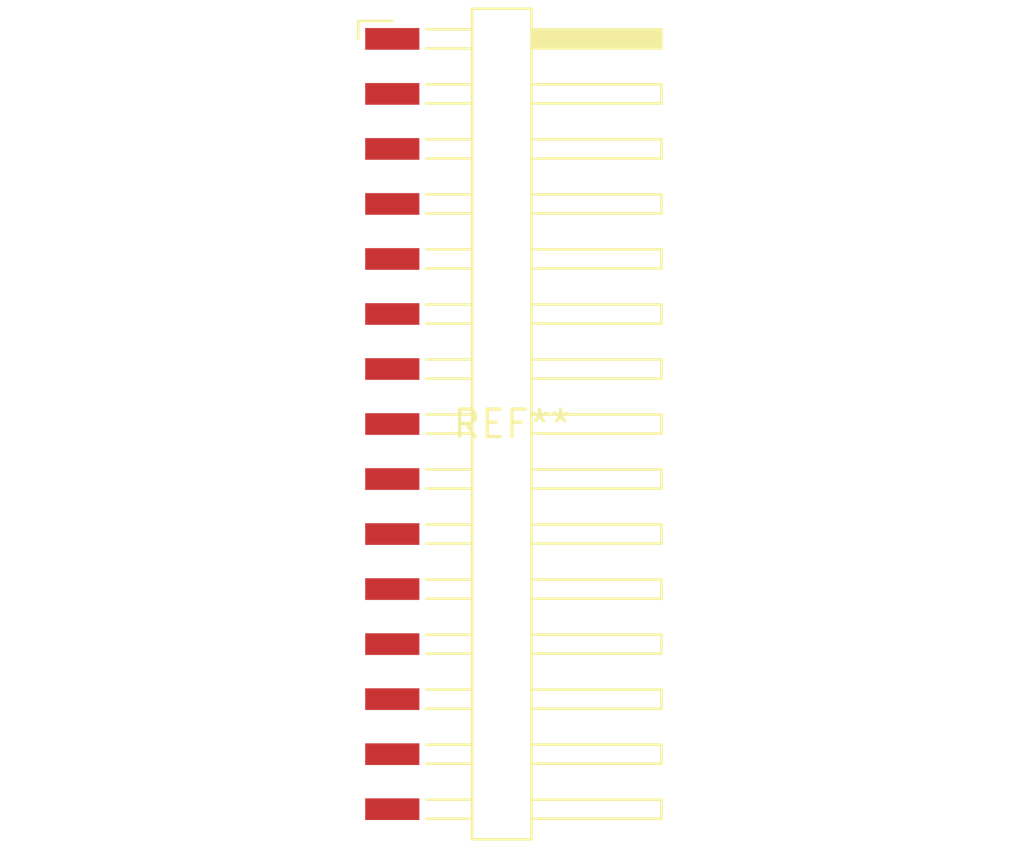
<source format=kicad_pcb>
(kicad_pcb (version 20240108) (generator pcbnew)
  (layers (0 "F.Cu" signal) (31 "B.Cu" signal) (34 "B.Paste" user) (35 "F.Paste" user) (36 "B.SilkS" user "B.Silkscreen") (37 "F.SilkS" user "F.Silkscreen") (38 "B.Mask" user) (39 "F.Mask" user) (44 "Edge.Cuts" user))
  (net 0 "")
  (footprint "Harwin_M20-89015xx_1x15_P2.54mm_Horizontal" (layer "F.Cu") (at 0 0)
    (property "Reference" "REF**")
    (property "Value" "Harwin_M20-89015xx_1x15_P2.54mm_Horizontal")
    (fp_line (start -7.095 -18.6) (end -5.525 -18.6) (layer "F.SilkS") (stroke (width 0.12)))
    (fp_line (start -7.095 -17.78) (end -7.095 -18.6) (layer "F.SilkS") (stroke (width 0.12)))
    (fp_line (start -3.955 -18.22) (end -1.845 -18.22) (layer "F.SilkS") (stroke (width 0.12)))
    (fp_line (start -3.955 -17.34) (end -1.845 -17.34) (layer "F.SilkS") (stroke (width 0.12)))
    (fp_line (start -3.955 -15.68) (end -1.845 -15.68) (layer "F.SilkS") (stroke (width 0.12)))
    (fp_line (start -3.955 -14.8) (end -1.845 -14.8) (layer "F.SilkS") (stroke (width 0.12)))
    (fp_line (start -3.955 -13.14) (end -1.845 -13.14) (layer "F.SilkS") (stroke (width 0.12)))
    (fp_line (start -3.955 -12.26) (end -1.845 -12.26) (layer "F.SilkS") (stroke (width 0.12)))
    (fp_line (start -3.955 -10.6) (end -1.845 -10.6) (layer "F.SilkS") (stroke (width 0.12)))
    (fp_line (start -3.955 -9.72) (end -1.845 -9.72) (layer "F.SilkS") (stroke (width 0.12)))
    (fp_line (start -3.955 -8.06) (end -1.845 -8.06) (layer "F.SilkS") (stroke (width 0.12)))
    (fp_line (start -3.955 -7.18) (end -1.845 -7.18) (layer "F.SilkS") (stroke (width 0.12)))
    (fp_line (start -3.955 -5.52) (end -1.845 -5.52) (layer "F.SilkS") (stroke (width 0.12)))
    (fp_line (start -3.955 -4.64) (end -1.845 -4.64) (layer "F.SilkS") (stroke (width 0.12)))
    (fp_line (start -3.955 -2.98) (end -1.845 -2.98) (layer "F.SilkS") (stroke (width 0.12)))
    (fp_line (start -3.955 -2.1) (end -1.845 -2.1) (layer "F.SilkS") (stroke (width 0.12)))
    (fp_line (start -3.955 -0.44) (end -1.845 -0.44) (layer "F.SilkS") (stroke (width 0.12)))
    (fp_line (start -3.955 0.44) (end -1.845 0.44) (layer "F.SilkS") (stroke (width 0.12)))
    (fp_line (start -3.955 2.1) (end -1.845 2.1) (layer "F.SilkS") (stroke (width 0.12)))
    (fp_line (start -3.955 2.98) (end -1.845 2.98) (layer "F.SilkS") (stroke (width 0.12)))
    (fp_line (start -3.955 4.64) (end -1.845 4.64) (layer "F.SilkS") (stroke (width 0.12)))
    (fp_line (start -3.955 5.52) (end -1.845 5.52) (layer "F.SilkS") (stroke (width 0.12)))
    (fp_line (start -3.955 7.18) (end -1.845 7.18) (layer "F.SilkS") (stroke (width 0.12)))
    (fp_line (start -3.955 8.06) (end -1.845 8.06) (layer "F.SilkS") (stroke (width 0.12)))
    (fp_line (start -3.955 9.72) (end -1.845 9.72) (layer "F.SilkS") (stroke (width 0.12)))
    (fp_line (start -3.955 10.6) (end -1.845 10.6) (layer "F.SilkS") (stroke (width 0.12)))
    (fp_line (start -3.955 12.26) (end -1.845 12.26) (layer "F.SilkS") (stroke (width 0.12)))
    (fp_line (start -3.955 13.14) (end -1.845 13.14) (layer "F.SilkS") (stroke (width 0.12)))
    (fp_line (start -3.955 14.8) (end -1.845 14.8) (layer "F.SilkS") (stroke (width 0.12)))
    (fp_line (start -3.955 15.68) (end -1.845 15.68) (layer "F.SilkS") (stroke (width 0.12)))
    (fp_line (start -3.955 17.34) (end -1.845 17.34) (layer "F.SilkS") (stroke (width 0.12)))
    (fp_line (start -3.955 18.22) (end -1.845 18.22) (layer "F.SilkS") (stroke (width 0.12)))
    (fp_line (start -1.845 -19.17) (end 0.895 -19.17) (layer "F.SilkS") (stroke (width 0.12)))
    (fp_line (start -1.845 19.17) (end -1.845 -19.17) (layer "F.SilkS") (stroke (width 0.12)))
    (fp_line (start 0.895 -19.17) (end 0.895 19.17) (layer "F.SilkS") (stroke (width 0.12)))
    (fp_line (start 0.895 -18.22) (end 6.895 -18.22) (layer "F.SilkS") (stroke (width 0.12)))
    (fp_line (start 0.895 -15.68) (end 6.895 -15.68) (layer "F.SilkS") (stroke (width 0.12)))
    (fp_line (start 0.895 -13.14) (end 6.895 -13.14) (layer "F.SilkS") (stroke (width 0.12)))
    (fp_line (start 0.895 -10.6) (end 6.895 -10.6) (layer "F.SilkS") (stroke (width 0.12)))
    (fp_line (start 0.895 -8.06) (end 6.895 -8.06) (layer "F.SilkS") (stroke (width 0.12)))
    (fp_line (start 0.895 -5.52) (end 6.895 -5.52) (layer "F.SilkS") (stroke (width 0.12)))
    (fp_line (start 0.895 -2.98) (end 6.895 -2.98) (layer "F.SilkS") (stroke (width 0.12)))
    (fp_line (start 0.895 -0.44) (end 6.895 -0.44) (layer "F.SilkS") (stroke (width 0.12)))
    (fp_line (start 0.895 2.1) (end 6.895 2.1) (layer "F.SilkS") (stroke (width 0.12)))
    (fp_line (start 0.895 4.64) (end 6.895 4.64) (layer "F.SilkS") (stroke (width 0.12)))
    (fp_line (start 0.895 7.18) (end 6.895 7.18) (layer "F.SilkS") (stroke (width 0.12)))
    (fp_line (start 0.895 9.72) (end 6.895 9.72) (layer "F.SilkS") (stroke (width 0.12)))
    (fp_line (start 0.895 12.26) (end 6.895 12.26) (layer "F.SilkS") (stroke (width 0.12)))
    (fp_line (start 0.895 14.8) (end 6.895 14.8) (layer "F.SilkS") (stroke (width 0.12)))
    (fp_line (start 0.895 17.34) (end 6.895 17.34) (layer "F.SilkS") (stroke (width 0.12)))
    (fp_line (start 0.895 19.17) (end -1.845 19.17) (layer "F.SilkS") (stroke (width 0.12)))
    (fp_line (start 6.895 -18.22) (end 6.895 -17.34) (layer "F.SilkS") (stroke (width 0.12)))
    (fp_line (start 6.895 -17.34) (end 0.895 -17.34) (layer "F.SilkS") (stroke (width 0.12)))
    (fp_line (start 6.895 -15.68) (end 6.895 -14.8) (layer "F.SilkS") (stroke (width 0.12)))
    (fp_line (start 6.895 -14.8) (end 0.895 -14.8) (layer "F.SilkS") (stroke (width 0.12)))
    (fp_line (start 6.895 -13.14) (end 6.895 -12.26) (layer "F.SilkS") (stroke (width 0.12)))
    (fp_line (start 6.895 -12.26) (end 0.895 -12.26) (layer "F.SilkS") (stroke (width 0.12)))
    (fp_line (start 6.895 -10.6) (end 6.895 -9.72) (layer "F.SilkS") (stroke (width 0.12)))
    (fp_line (start 6.895 -9.72) (end 0.895 -9.72) (layer "F.SilkS") (stroke (width 0.12)))
    (fp_line (start 6.895 -8.06) (end 6.895 -7.18) (layer "F.SilkS") (stroke (width 0.12)))
    (fp_line (start 6.895 -7.18) (end 0.895 -7.18) (layer "F.SilkS") (stroke (width 0.12)))
    (fp_line (start 6.895 -5.52) (end 6.895 -4.64) (layer "F.SilkS") (stroke (width 0.12)))
    (fp_line (start 6.895 -4.64) (end 0.895 -4.64) (layer "F.SilkS") (stroke (width 0.12)))
    (fp_line (start 6.895 -2.98) (end 6.895 -2.1) (layer "F.SilkS") (stroke (width 0.12)))
    (fp_line (start 6.895 -2.1) (end 0.895 -2.1) (layer "F.SilkS") (stroke (width 0.12)))
    (fp_line (start 6.895 -0.44) (end 6.895 0.44) (layer "F.SilkS") (stroke (width 0.12)))
    (fp_line (start 6.895 0.44) (end 0.895 0.44) (layer "F.SilkS") (stroke (width 0.12)))
    (fp_line (start 6.895 2.1) (end 6.895 2.98) (layer "F.SilkS") (stroke (width 0.12)))
    (fp_line (start 6.895 2.98) (end 0.895 2.98) (layer "F.SilkS") (stroke (width 0.12)))
    (fp_line (start 6.895 4.64) (end 6.895 5.52) (layer "F.SilkS") (stroke (width 0.12)))
    (fp_line (start 6.895 5.52) (end 0.895 5.52) (layer "F.SilkS") (stroke (width 0.12)))
    (fp_line (start 6.895 7.18) (end 6.895 8.06) (layer "F.SilkS") (stroke (width 0.12)))
    (fp_line (start 6.895 8.06) (end 0.895 8.06) (layer "F.SilkS") (stroke (width 0.12)))
    (fp_line (start 6.895 9.72) (end 6.895 10.6) (layer "F.SilkS") (stroke (width 0.12)))
    (fp_line (start 6.895 10.6) (end 0.895 10.6) (layer "F.SilkS") (stroke (width 0.12)))
    (fp_line (start 6.895 12.26) (end 6.895 13.14) (layer "F.SilkS") (stroke (width 0.12)))
    (fp_line (start 6.895 13.14) (end 0.895 13.14) (layer "F.SilkS") (stroke (width 0.12)))
    (fp_line (start 6.895 14.8) (end 6.895 15.68) (layer "F.SilkS") (stroke (width 0.12)))
    (fp_line (start 6.895 15.68) (end 0.895 15.68) (layer "F.SilkS") (stroke (width 0.12)))
    (fp_line (start 6.895 17.34) (end 6.895 18.22) (layer "F.SilkS") (stroke (width 0.12)))
    (fp_line (start 6.895 18.22) (end 0.895 18.22) (layer "F.SilkS") (stroke (width 0.12)))
    (pad "" smd rect (at 3.895 -17.78) (size 6 0.76) (layers "F.SilkS"))
    (pad "1" smd rect (at -5.525 -17.78) (size 2.5 1) (layers "F.Cu" "F.Paste" "F.Mask"))
    (pad "2" smd rect (at -5.525 -15.24) (size 2.5 1) (layers "F.Cu" "F.Paste" "F.Mask"))
    (pad "3" smd rect (at -5.525 -12.7) (size 2.5 1) (layers "F.Cu" "F.Paste" "F.Mask"))
    (pad "4" smd rect (at -5.525 -10.16) (size 2.5 1) (layers "F.Cu" "F.Paste" "F.Mask"))
    (pad "5" smd rect (at -5.525 -7.62) (size 2.5 1) (layers "F.Cu" "F.Paste" "F.Mask"))
    (pad "6" smd rect (at -5.525 -5.08) (size 2.5 1) (layers "F.Cu" "F.Paste" "F.Mask"))
    (pad "7" smd rect (at -5.525 -2.54) (size 2.5 1) (layers "F.Cu" "F.Paste" "F.Mask"))
    (pad "8" smd rect (at -5.525 0) (size 2.5 1) (layers "F.Cu" "F.Paste" "F.Mask"))
    (pad "9" smd rect (at -5.525 2.54) (size 2.5 1) (layers "F.Cu" "F.Paste" "F.Mask"))
    (pad "10" smd rect (at -5.525 5.08) (size 2.5 1) (layers "F.Cu" "F.Paste" "F.Mask"))
    (pad "11" smd rect (at -5.525 7.62) (size 2.5 1) (layers "F.Cu" "F.Paste" "F.Mask"))
    (pad "12" smd rect (at -5.525 10.16) (size 2.5 1) (layers "F.Cu" "F.Paste" "F.Mask"))
    (pad "13" smd rect (at -5.525 12.7) (size 2.5 1) (layers "F.Cu" "F.Paste" "F.Mask"))
    (pad "14" smd rect (at -5.525 15.24) (size 2.5 1) (layers "F.Cu" "F.Paste" "F.Mask"))
    (pad "15" smd rect (at -5.525 17.78) (size 2.5 1) (layers "F.Cu" "F.Paste" "F.Mask"))
  )
)
</source>
